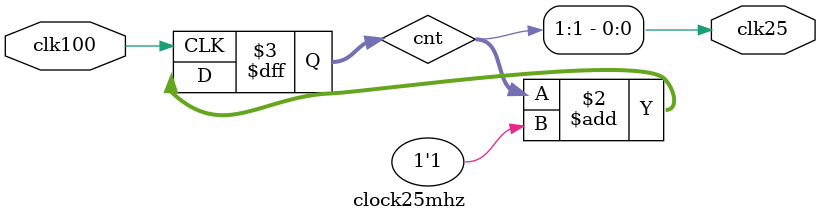
<source format=v>
`timescale 1ns / 1ps
module clock25mhz(
    output clk25,
    input clk100
    );

reg [1:0] cnt;

always @ (posedge clk100) begin
  cnt <= cnt + 1'b1;
end

assign clk25 = cnt[1];

endmodule

</source>
